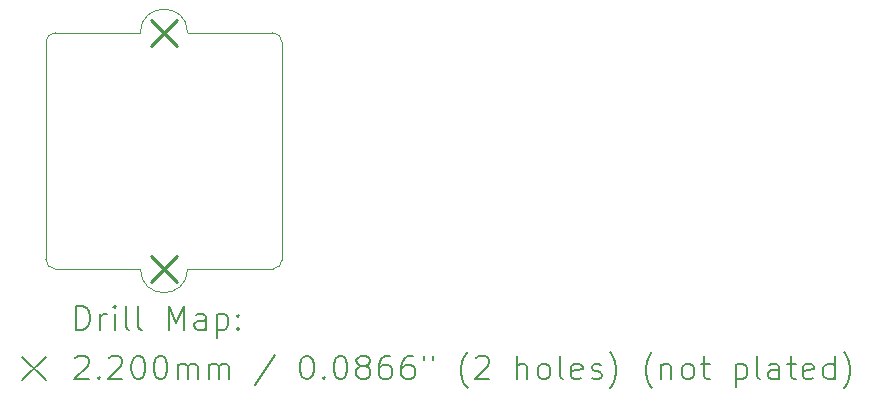
<source format=gbr>
%TF.GenerationSoftware,KiCad,Pcbnew,9.0.3*%
%TF.CreationDate,2025-07-16T23:37:29+02:00*%
%TF.ProjectId,ialightsens,69616c69-6768-4747-9365-6e732e6b6963,rev?*%
%TF.SameCoordinates,Original*%
%TF.FileFunction,Drillmap*%
%TF.FilePolarity,Positive*%
%FSLAX45Y45*%
G04 Gerber Fmt 4.5, Leading zero omitted, Abs format (unit mm)*
G04 Created by KiCad (PCBNEW 9.0.3) date 2025-07-16 23:37:29*
%MOMM*%
%LPD*%
G01*
G04 APERTURE LIST*
%ADD10C,0.050000*%
%ADD11C,0.200000*%
%ADD12C,0.220000*%
G04 APERTURE END LIST*
D10*
X2000000Y-1920000D02*
G75*
G02*
X1920000Y-2000000I-80000J0D01*
G01*
X1200000Y-2000000D02*
G75*
G02*
X800000Y-2000000I-200000J0D01*
G01*
X0Y-1920000D02*
X0Y-80000D01*
X1920000Y0D02*
G75*
G02*
X2000000Y-80000I0J-80000D01*
G01*
X2000000Y-1920000D02*
X2000000Y-80000D01*
X1200000Y0D02*
X1920000Y0D01*
X0Y-80000D02*
G75*
G02*
X80000Y0I80000J0D01*
G01*
X80000Y0D02*
X800000Y0D01*
X800000Y0D02*
G75*
G02*
X1200000Y0I200000J0D01*
G01*
X80000Y-2000000D02*
G75*
G02*
X0Y-1920000I0J80000D01*
G01*
X80000Y-2000000D02*
X800000Y-2000000D01*
X1200000Y-2000000D02*
X1920000Y-2000000D01*
D11*
D12*
X890000Y110000D02*
X1110000Y-110000D01*
X1110000Y110000D02*
X890000Y-110000D01*
X890000Y-1890000D02*
X1110000Y-2110000D01*
X1110000Y-1890000D02*
X890000Y-2110000D01*
D11*
X258277Y-2513984D02*
X258277Y-2313984D01*
X258277Y-2313984D02*
X305896Y-2313984D01*
X305896Y-2313984D02*
X334467Y-2323508D01*
X334467Y-2323508D02*
X353515Y-2342555D01*
X353515Y-2342555D02*
X363039Y-2361603D01*
X363039Y-2361603D02*
X372562Y-2399698D01*
X372562Y-2399698D02*
X372562Y-2428270D01*
X372562Y-2428270D02*
X363039Y-2466365D01*
X363039Y-2466365D02*
X353515Y-2485412D01*
X353515Y-2485412D02*
X334467Y-2504460D01*
X334467Y-2504460D02*
X305896Y-2513984D01*
X305896Y-2513984D02*
X258277Y-2513984D01*
X458277Y-2513984D02*
X458277Y-2380650D01*
X458277Y-2418746D02*
X467801Y-2399698D01*
X467801Y-2399698D02*
X477324Y-2390174D01*
X477324Y-2390174D02*
X496372Y-2380650D01*
X496372Y-2380650D02*
X515420Y-2380650D01*
X582086Y-2513984D02*
X582086Y-2380650D01*
X582086Y-2313984D02*
X572563Y-2323508D01*
X572563Y-2323508D02*
X582086Y-2333031D01*
X582086Y-2333031D02*
X591610Y-2323508D01*
X591610Y-2323508D02*
X582086Y-2313984D01*
X582086Y-2313984D02*
X582086Y-2333031D01*
X705896Y-2513984D02*
X686848Y-2504460D01*
X686848Y-2504460D02*
X677324Y-2485412D01*
X677324Y-2485412D02*
X677324Y-2313984D01*
X810658Y-2513984D02*
X791610Y-2504460D01*
X791610Y-2504460D02*
X782086Y-2485412D01*
X782086Y-2485412D02*
X782086Y-2313984D01*
X1039229Y-2513984D02*
X1039229Y-2313984D01*
X1039229Y-2313984D02*
X1105896Y-2456841D01*
X1105896Y-2456841D02*
X1172563Y-2313984D01*
X1172563Y-2313984D02*
X1172563Y-2513984D01*
X1353515Y-2513984D02*
X1353515Y-2409222D01*
X1353515Y-2409222D02*
X1343991Y-2390174D01*
X1343991Y-2390174D02*
X1324944Y-2380650D01*
X1324944Y-2380650D02*
X1286848Y-2380650D01*
X1286848Y-2380650D02*
X1267801Y-2390174D01*
X1353515Y-2504460D02*
X1334467Y-2513984D01*
X1334467Y-2513984D02*
X1286848Y-2513984D01*
X1286848Y-2513984D02*
X1267801Y-2504460D01*
X1267801Y-2504460D02*
X1258277Y-2485412D01*
X1258277Y-2485412D02*
X1258277Y-2466365D01*
X1258277Y-2466365D02*
X1267801Y-2447317D01*
X1267801Y-2447317D02*
X1286848Y-2437793D01*
X1286848Y-2437793D02*
X1334467Y-2437793D01*
X1334467Y-2437793D02*
X1353515Y-2428270D01*
X1448753Y-2380650D02*
X1448753Y-2580650D01*
X1448753Y-2390174D02*
X1467801Y-2380650D01*
X1467801Y-2380650D02*
X1505896Y-2380650D01*
X1505896Y-2380650D02*
X1524943Y-2390174D01*
X1524943Y-2390174D02*
X1534467Y-2399698D01*
X1534467Y-2399698D02*
X1543991Y-2418746D01*
X1543991Y-2418746D02*
X1543991Y-2475889D01*
X1543991Y-2475889D02*
X1534467Y-2494936D01*
X1534467Y-2494936D02*
X1524943Y-2504460D01*
X1524943Y-2504460D02*
X1505896Y-2513984D01*
X1505896Y-2513984D02*
X1467801Y-2513984D01*
X1467801Y-2513984D02*
X1448753Y-2504460D01*
X1629705Y-2494936D02*
X1639229Y-2504460D01*
X1639229Y-2504460D02*
X1629705Y-2513984D01*
X1629705Y-2513984D02*
X1620182Y-2504460D01*
X1620182Y-2504460D02*
X1629705Y-2494936D01*
X1629705Y-2494936D02*
X1629705Y-2513984D01*
X1629705Y-2390174D02*
X1639229Y-2399698D01*
X1639229Y-2399698D02*
X1629705Y-2409222D01*
X1629705Y-2409222D02*
X1620182Y-2399698D01*
X1620182Y-2399698D02*
X1629705Y-2390174D01*
X1629705Y-2390174D02*
X1629705Y-2409222D01*
X-202500Y-2742500D02*
X-2500Y-2942500D01*
X-2500Y-2742500D02*
X-202500Y-2942500D01*
X248753Y-2753031D02*
X258277Y-2743508D01*
X258277Y-2743508D02*
X277324Y-2733984D01*
X277324Y-2733984D02*
X324944Y-2733984D01*
X324944Y-2733984D02*
X343991Y-2743508D01*
X343991Y-2743508D02*
X353515Y-2753031D01*
X353515Y-2753031D02*
X363039Y-2772079D01*
X363039Y-2772079D02*
X363039Y-2791127D01*
X363039Y-2791127D02*
X353515Y-2819698D01*
X353515Y-2819698D02*
X239229Y-2933984D01*
X239229Y-2933984D02*
X363039Y-2933984D01*
X448753Y-2914936D02*
X458277Y-2924460D01*
X458277Y-2924460D02*
X448753Y-2933984D01*
X448753Y-2933984D02*
X439229Y-2924460D01*
X439229Y-2924460D02*
X448753Y-2914936D01*
X448753Y-2914936D02*
X448753Y-2933984D01*
X534467Y-2753031D02*
X543991Y-2743508D01*
X543991Y-2743508D02*
X563039Y-2733984D01*
X563039Y-2733984D02*
X610658Y-2733984D01*
X610658Y-2733984D02*
X629705Y-2743508D01*
X629705Y-2743508D02*
X639229Y-2753031D01*
X639229Y-2753031D02*
X648753Y-2772079D01*
X648753Y-2772079D02*
X648753Y-2791127D01*
X648753Y-2791127D02*
X639229Y-2819698D01*
X639229Y-2819698D02*
X524944Y-2933984D01*
X524944Y-2933984D02*
X648753Y-2933984D01*
X772562Y-2733984D02*
X791610Y-2733984D01*
X791610Y-2733984D02*
X810658Y-2743508D01*
X810658Y-2743508D02*
X820182Y-2753031D01*
X820182Y-2753031D02*
X829705Y-2772079D01*
X829705Y-2772079D02*
X839229Y-2810174D01*
X839229Y-2810174D02*
X839229Y-2857793D01*
X839229Y-2857793D02*
X829705Y-2895888D01*
X829705Y-2895888D02*
X820182Y-2914936D01*
X820182Y-2914936D02*
X810658Y-2924460D01*
X810658Y-2924460D02*
X791610Y-2933984D01*
X791610Y-2933984D02*
X772562Y-2933984D01*
X772562Y-2933984D02*
X753515Y-2924460D01*
X753515Y-2924460D02*
X743991Y-2914936D01*
X743991Y-2914936D02*
X734467Y-2895888D01*
X734467Y-2895888D02*
X724943Y-2857793D01*
X724943Y-2857793D02*
X724943Y-2810174D01*
X724943Y-2810174D02*
X734467Y-2772079D01*
X734467Y-2772079D02*
X743991Y-2753031D01*
X743991Y-2753031D02*
X753515Y-2743508D01*
X753515Y-2743508D02*
X772562Y-2733984D01*
X963039Y-2733984D02*
X982086Y-2733984D01*
X982086Y-2733984D02*
X1001134Y-2743508D01*
X1001134Y-2743508D02*
X1010658Y-2753031D01*
X1010658Y-2753031D02*
X1020182Y-2772079D01*
X1020182Y-2772079D02*
X1029705Y-2810174D01*
X1029705Y-2810174D02*
X1029705Y-2857793D01*
X1029705Y-2857793D02*
X1020182Y-2895888D01*
X1020182Y-2895888D02*
X1010658Y-2914936D01*
X1010658Y-2914936D02*
X1001134Y-2924460D01*
X1001134Y-2924460D02*
X982086Y-2933984D01*
X982086Y-2933984D02*
X963039Y-2933984D01*
X963039Y-2933984D02*
X943991Y-2924460D01*
X943991Y-2924460D02*
X934467Y-2914936D01*
X934467Y-2914936D02*
X924943Y-2895888D01*
X924943Y-2895888D02*
X915420Y-2857793D01*
X915420Y-2857793D02*
X915420Y-2810174D01*
X915420Y-2810174D02*
X924943Y-2772079D01*
X924943Y-2772079D02*
X934467Y-2753031D01*
X934467Y-2753031D02*
X943991Y-2743508D01*
X943991Y-2743508D02*
X963039Y-2733984D01*
X1115420Y-2933984D02*
X1115420Y-2800650D01*
X1115420Y-2819698D02*
X1124944Y-2810174D01*
X1124944Y-2810174D02*
X1143991Y-2800650D01*
X1143991Y-2800650D02*
X1172563Y-2800650D01*
X1172563Y-2800650D02*
X1191610Y-2810174D01*
X1191610Y-2810174D02*
X1201134Y-2829222D01*
X1201134Y-2829222D02*
X1201134Y-2933984D01*
X1201134Y-2829222D02*
X1210658Y-2810174D01*
X1210658Y-2810174D02*
X1229705Y-2800650D01*
X1229705Y-2800650D02*
X1258277Y-2800650D01*
X1258277Y-2800650D02*
X1277325Y-2810174D01*
X1277325Y-2810174D02*
X1286848Y-2829222D01*
X1286848Y-2829222D02*
X1286848Y-2933984D01*
X1382086Y-2933984D02*
X1382086Y-2800650D01*
X1382086Y-2819698D02*
X1391610Y-2810174D01*
X1391610Y-2810174D02*
X1410658Y-2800650D01*
X1410658Y-2800650D02*
X1439229Y-2800650D01*
X1439229Y-2800650D02*
X1458277Y-2810174D01*
X1458277Y-2810174D02*
X1467801Y-2829222D01*
X1467801Y-2829222D02*
X1467801Y-2933984D01*
X1467801Y-2829222D02*
X1477324Y-2810174D01*
X1477324Y-2810174D02*
X1496372Y-2800650D01*
X1496372Y-2800650D02*
X1524943Y-2800650D01*
X1524943Y-2800650D02*
X1543991Y-2810174D01*
X1543991Y-2810174D02*
X1553515Y-2829222D01*
X1553515Y-2829222D02*
X1553515Y-2933984D01*
X1943991Y-2724460D02*
X1772563Y-2981603D01*
X2201134Y-2733984D02*
X2220182Y-2733984D01*
X2220182Y-2733984D02*
X2239229Y-2743508D01*
X2239229Y-2743508D02*
X2248753Y-2753031D01*
X2248753Y-2753031D02*
X2258277Y-2772079D01*
X2258277Y-2772079D02*
X2267801Y-2810174D01*
X2267801Y-2810174D02*
X2267801Y-2857793D01*
X2267801Y-2857793D02*
X2258277Y-2895888D01*
X2258277Y-2895888D02*
X2248753Y-2914936D01*
X2248753Y-2914936D02*
X2239229Y-2924460D01*
X2239229Y-2924460D02*
X2220182Y-2933984D01*
X2220182Y-2933984D02*
X2201134Y-2933984D01*
X2201134Y-2933984D02*
X2182087Y-2924460D01*
X2182087Y-2924460D02*
X2172563Y-2914936D01*
X2172563Y-2914936D02*
X2163039Y-2895888D01*
X2163039Y-2895888D02*
X2153515Y-2857793D01*
X2153515Y-2857793D02*
X2153515Y-2810174D01*
X2153515Y-2810174D02*
X2163039Y-2772079D01*
X2163039Y-2772079D02*
X2172563Y-2753031D01*
X2172563Y-2753031D02*
X2182087Y-2743508D01*
X2182087Y-2743508D02*
X2201134Y-2733984D01*
X2353515Y-2914936D02*
X2363039Y-2924460D01*
X2363039Y-2924460D02*
X2353515Y-2933984D01*
X2353515Y-2933984D02*
X2343991Y-2924460D01*
X2343991Y-2924460D02*
X2353515Y-2914936D01*
X2353515Y-2914936D02*
X2353515Y-2933984D01*
X2486848Y-2733984D02*
X2505896Y-2733984D01*
X2505896Y-2733984D02*
X2524944Y-2743508D01*
X2524944Y-2743508D02*
X2534468Y-2753031D01*
X2534468Y-2753031D02*
X2543991Y-2772079D01*
X2543991Y-2772079D02*
X2553515Y-2810174D01*
X2553515Y-2810174D02*
X2553515Y-2857793D01*
X2553515Y-2857793D02*
X2543991Y-2895888D01*
X2543991Y-2895888D02*
X2534468Y-2914936D01*
X2534468Y-2914936D02*
X2524944Y-2924460D01*
X2524944Y-2924460D02*
X2505896Y-2933984D01*
X2505896Y-2933984D02*
X2486848Y-2933984D01*
X2486848Y-2933984D02*
X2467801Y-2924460D01*
X2467801Y-2924460D02*
X2458277Y-2914936D01*
X2458277Y-2914936D02*
X2448753Y-2895888D01*
X2448753Y-2895888D02*
X2439229Y-2857793D01*
X2439229Y-2857793D02*
X2439229Y-2810174D01*
X2439229Y-2810174D02*
X2448753Y-2772079D01*
X2448753Y-2772079D02*
X2458277Y-2753031D01*
X2458277Y-2753031D02*
X2467801Y-2743508D01*
X2467801Y-2743508D02*
X2486848Y-2733984D01*
X2667801Y-2819698D02*
X2648753Y-2810174D01*
X2648753Y-2810174D02*
X2639229Y-2800650D01*
X2639229Y-2800650D02*
X2629706Y-2781603D01*
X2629706Y-2781603D02*
X2629706Y-2772079D01*
X2629706Y-2772079D02*
X2639229Y-2753031D01*
X2639229Y-2753031D02*
X2648753Y-2743508D01*
X2648753Y-2743508D02*
X2667801Y-2733984D01*
X2667801Y-2733984D02*
X2705896Y-2733984D01*
X2705896Y-2733984D02*
X2724944Y-2743508D01*
X2724944Y-2743508D02*
X2734468Y-2753031D01*
X2734468Y-2753031D02*
X2743991Y-2772079D01*
X2743991Y-2772079D02*
X2743991Y-2781603D01*
X2743991Y-2781603D02*
X2734468Y-2800650D01*
X2734468Y-2800650D02*
X2724944Y-2810174D01*
X2724944Y-2810174D02*
X2705896Y-2819698D01*
X2705896Y-2819698D02*
X2667801Y-2819698D01*
X2667801Y-2819698D02*
X2648753Y-2829222D01*
X2648753Y-2829222D02*
X2639229Y-2838746D01*
X2639229Y-2838746D02*
X2629706Y-2857793D01*
X2629706Y-2857793D02*
X2629706Y-2895888D01*
X2629706Y-2895888D02*
X2639229Y-2914936D01*
X2639229Y-2914936D02*
X2648753Y-2924460D01*
X2648753Y-2924460D02*
X2667801Y-2933984D01*
X2667801Y-2933984D02*
X2705896Y-2933984D01*
X2705896Y-2933984D02*
X2724944Y-2924460D01*
X2724944Y-2924460D02*
X2734468Y-2914936D01*
X2734468Y-2914936D02*
X2743991Y-2895888D01*
X2743991Y-2895888D02*
X2743991Y-2857793D01*
X2743991Y-2857793D02*
X2734468Y-2838746D01*
X2734468Y-2838746D02*
X2724944Y-2829222D01*
X2724944Y-2829222D02*
X2705896Y-2819698D01*
X2915420Y-2733984D02*
X2877325Y-2733984D01*
X2877325Y-2733984D02*
X2858277Y-2743508D01*
X2858277Y-2743508D02*
X2848753Y-2753031D01*
X2848753Y-2753031D02*
X2829706Y-2781603D01*
X2829706Y-2781603D02*
X2820182Y-2819698D01*
X2820182Y-2819698D02*
X2820182Y-2895888D01*
X2820182Y-2895888D02*
X2829706Y-2914936D01*
X2829706Y-2914936D02*
X2839229Y-2924460D01*
X2839229Y-2924460D02*
X2858277Y-2933984D01*
X2858277Y-2933984D02*
X2896372Y-2933984D01*
X2896372Y-2933984D02*
X2915420Y-2924460D01*
X2915420Y-2924460D02*
X2924944Y-2914936D01*
X2924944Y-2914936D02*
X2934467Y-2895888D01*
X2934467Y-2895888D02*
X2934467Y-2848269D01*
X2934467Y-2848269D02*
X2924944Y-2829222D01*
X2924944Y-2829222D02*
X2915420Y-2819698D01*
X2915420Y-2819698D02*
X2896372Y-2810174D01*
X2896372Y-2810174D02*
X2858277Y-2810174D01*
X2858277Y-2810174D02*
X2839229Y-2819698D01*
X2839229Y-2819698D02*
X2829706Y-2829222D01*
X2829706Y-2829222D02*
X2820182Y-2848269D01*
X3105896Y-2733984D02*
X3067801Y-2733984D01*
X3067801Y-2733984D02*
X3048753Y-2743508D01*
X3048753Y-2743508D02*
X3039229Y-2753031D01*
X3039229Y-2753031D02*
X3020182Y-2781603D01*
X3020182Y-2781603D02*
X3010658Y-2819698D01*
X3010658Y-2819698D02*
X3010658Y-2895888D01*
X3010658Y-2895888D02*
X3020182Y-2914936D01*
X3020182Y-2914936D02*
X3029706Y-2924460D01*
X3029706Y-2924460D02*
X3048753Y-2933984D01*
X3048753Y-2933984D02*
X3086848Y-2933984D01*
X3086848Y-2933984D02*
X3105896Y-2924460D01*
X3105896Y-2924460D02*
X3115420Y-2914936D01*
X3115420Y-2914936D02*
X3124944Y-2895888D01*
X3124944Y-2895888D02*
X3124944Y-2848269D01*
X3124944Y-2848269D02*
X3115420Y-2829222D01*
X3115420Y-2829222D02*
X3105896Y-2819698D01*
X3105896Y-2819698D02*
X3086848Y-2810174D01*
X3086848Y-2810174D02*
X3048753Y-2810174D01*
X3048753Y-2810174D02*
X3029706Y-2819698D01*
X3029706Y-2819698D02*
X3020182Y-2829222D01*
X3020182Y-2829222D02*
X3010658Y-2848269D01*
X3201134Y-2733984D02*
X3201134Y-2772079D01*
X3277325Y-2733984D02*
X3277325Y-2772079D01*
X3572563Y-3010174D02*
X3563039Y-3000650D01*
X3563039Y-3000650D02*
X3543991Y-2972079D01*
X3543991Y-2972079D02*
X3534468Y-2953031D01*
X3534468Y-2953031D02*
X3524944Y-2924460D01*
X3524944Y-2924460D02*
X3515420Y-2876841D01*
X3515420Y-2876841D02*
X3515420Y-2838746D01*
X3515420Y-2838746D02*
X3524944Y-2791127D01*
X3524944Y-2791127D02*
X3534468Y-2762555D01*
X3534468Y-2762555D02*
X3543991Y-2743508D01*
X3543991Y-2743508D02*
X3563039Y-2714936D01*
X3563039Y-2714936D02*
X3572563Y-2705412D01*
X3639229Y-2753031D02*
X3648753Y-2743508D01*
X3648753Y-2743508D02*
X3667801Y-2733984D01*
X3667801Y-2733984D02*
X3715420Y-2733984D01*
X3715420Y-2733984D02*
X3734468Y-2743508D01*
X3734468Y-2743508D02*
X3743991Y-2753031D01*
X3743991Y-2753031D02*
X3753515Y-2772079D01*
X3753515Y-2772079D02*
X3753515Y-2791127D01*
X3753515Y-2791127D02*
X3743991Y-2819698D01*
X3743991Y-2819698D02*
X3629706Y-2933984D01*
X3629706Y-2933984D02*
X3753515Y-2933984D01*
X3991610Y-2933984D02*
X3991610Y-2733984D01*
X4077325Y-2933984D02*
X4077325Y-2829222D01*
X4077325Y-2829222D02*
X4067801Y-2810174D01*
X4067801Y-2810174D02*
X4048753Y-2800650D01*
X4048753Y-2800650D02*
X4020182Y-2800650D01*
X4020182Y-2800650D02*
X4001134Y-2810174D01*
X4001134Y-2810174D02*
X3991610Y-2819698D01*
X4201134Y-2933984D02*
X4182087Y-2924460D01*
X4182087Y-2924460D02*
X4172563Y-2914936D01*
X4172563Y-2914936D02*
X4163039Y-2895888D01*
X4163039Y-2895888D02*
X4163039Y-2838746D01*
X4163039Y-2838746D02*
X4172563Y-2819698D01*
X4172563Y-2819698D02*
X4182087Y-2810174D01*
X4182087Y-2810174D02*
X4201134Y-2800650D01*
X4201134Y-2800650D02*
X4229706Y-2800650D01*
X4229706Y-2800650D02*
X4248753Y-2810174D01*
X4248753Y-2810174D02*
X4258277Y-2819698D01*
X4258277Y-2819698D02*
X4267801Y-2838746D01*
X4267801Y-2838746D02*
X4267801Y-2895888D01*
X4267801Y-2895888D02*
X4258277Y-2914936D01*
X4258277Y-2914936D02*
X4248753Y-2924460D01*
X4248753Y-2924460D02*
X4229706Y-2933984D01*
X4229706Y-2933984D02*
X4201134Y-2933984D01*
X4382087Y-2933984D02*
X4363039Y-2924460D01*
X4363039Y-2924460D02*
X4353515Y-2905412D01*
X4353515Y-2905412D02*
X4353515Y-2733984D01*
X4534468Y-2924460D02*
X4515420Y-2933984D01*
X4515420Y-2933984D02*
X4477325Y-2933984D01*
X4477325Y-2933984D02*
X4458277Y-2924460D01*
X4458277Y-2924460D02*
X4448753Y-2905412D01*
X4448753Y-2905412D02*
X4448753Y-2829222D01*
X4448753Y-2829222D02*
X4458277Y-2810174D01*
X4458277Y-2810174D02*
X4477325Y-2800650D01*
X4477325Y-2800650D02*
X4515420Y-2800650D01*
X4515420Y-2800650D02*
X4534468Y-2810174D01*
X4534468Y-2810174D02*
X4543992Y-2829222D01*
X4543992Y-2829222D02*
X4543992Y-2848269D01*
X4543992Y-2848269D02*
X4448753Y-2867317D01*
X4620182Y-2924460D02*
X4639230Y-2933984D01*
X4639230Y-2933984D02*
X4677325Y-2933984D01*
X4677325Y-2933984D02*
X4696373Y-2924460D01*
X4696373Y-2924460D02*
X4705896Y-2905412D01*
X4705896Y-2905412D02*
X4705896Y-2895888D01*
X4705896Y-2895888D02*
X4696373Y-2876841D01*
X4696373Y-2876841D02*
X4677325Y-2867317D01*
X4677325Y-2867317D02*
X4648753Y-2867317D01*
X4648753Y-2867317D02*
X4629706Y-2857793D01*
X4629706Y-2857793D02*
X4620182Y-2838746D01*
X4620182Y-2838746D02*
X4620182Y-2829222D01*
X4620182Y-2829222D02*
X4629706Y-2810174D01*
X4629706Y-2810174D02*
X4648753Y-2800650D01*
X4648753Y-2800650D02*
X4677325Y-2800650D01*
X4677325Y-2800650D02*
X4696373Y-2810174D01*
X4772563Y-3010174D02*
X4782087Y-3000650D01*
X4782087Y-3000650D02*
X4801134Y-2972079D01*
X4801134Y-2972079D02*
X4810658Y-2953031D01*
X4810658Y-2953031D02*
X4820182Y-2924460D01*
X4820182Y-2924460D02*
X4829706Y-2876841D01*
X4829706Y-2876841D02*
X4829706Y-2838746D01*
X4829706Y-2838746D02*
X4820182Y-2791127D01*
X4820182Y-2791127D02*
X4810658Y-2762555D01*
X4810658Y-2762555D02*
X4801134Y-2743508D01*
X4801134Y-2743508D02*
X4782087Y-2714936D01*
X4782087Y-2714936D02*
X4772563Y-2705412D01*
X5134468Y-3010174D02*
X5124944Y-3000650D01*
X5124944Y-3000650D02*
X5105896Y-2972079D01*
X5105896Y-2972079D02*
X5096373Y-2953031D01*
X5096373Y-2953031D02*
X5086849Y-2924460D01*
X5086849Y-2924460D02*
X5077325Y-2876841D01*
X5077325Y-2876841D02*
X5077325Y-2838746D01*
X5077325Y-2838746D02*
X5086849Y-2791127D01*
X5086849Y-2791127D02*
X5096373Y-2762555D01*
X5096373Y-2762555D02*
X5105896Y-2743508D01*
X5105896Y-2743508D02*
X5124944Y-2714936D01*
X5124944Y-2714936D02*
X5134468Y-2705412D01*
X5210658Y-2800650D02*
X5210658Y-2933984D01*
X5210658Y-2819698D02*
X5220182Y-2810174D01*
X5220182Y-2810174D02*
X5239230Y-2800650D01*
X5239230Y-2800650D02*
X5267801Y-2800650D01*
X5267801Y-2800650D02*
X5286849Y-2810174D01*
X5286849Y-2810174D02*
X5296373Y-2829222D01*
X5296373Y-2829222D02*
X5296373Y-2933984D01*
X5420182Y-2933984D02*
X5401134Y-2924460D01*
X5401134Y-2924460D02*
X5391611Y-2914936D01*
X5391611Y-2914936D02*
X5382087Y-2895888D01*
X5382087Y-2895888D02*
X5382087Y-2838746D01*
X5382087Y-2838746D02*
X5391611Y-2819698D01*
X5391611Y-2819698D02*
X5401134Y-2810174D01*
X5401134Y-2810174D02*
X5420182Y-2800650D01*
X5420182Y-2800650D02*
X5448754Y-2800650D01*
X5448754Y-2800650D02*
X5467801Y-2810174D01*
X5467801Y-2810174D02*
X5477325Y-2819698D01*
X5477325Y-2819698D02*
X5486849Y-2838746D01*
X5486849Y-2838746D02*
X5486849Y-2895888D01*
X5486849Y-2895888D02*
X5477325Y-2914936D01*
X5477325Y-2914936D02*
X5467801Y-2924460D01*
X5467801Y-2924460D02*
X5448754Y-2933984D01*
X5448754Y-2933984D02*
X5420182Y-2933984D01*
X5543992Y-2800650D02*
X5620182Y-2800650D01*
X5572563Y-2733984D02*
X5572563Y-2905412D01*
X5572563Y-2905412D02*
X5582087Y-2924460D01*
X5582087Y-2924460D02*
X5601134Y-2933984D01*
X5601134Y-2933984D02*
X5620182Y-2933984D01*
X5839230Y-2800650D02*
X5839230Y-3000650D01*
X5839230Y-2810174D02*
X5858277Y-2800650D01*
X5858277Y-2800650D02*
X5896373Y-2800650D01*
X5896373Y-2800650D02*
X5915420Y-2810174D01*
X5915420Y-2810174D02*
X5924944Y-2819698D01*
X5924944Y-2819698D02*
X5934468Y-2838746D01*
X5934468Y-2838746D02*
X5934468Y-2895888D01*
X5934468Y-2895888D02*
X5924944Y-2914936D01*
X5924944Y-2914936D02*
X5915420Y-2924460D01*
X5915420Y-2924460D02*
X5896373Y-2933984D01*
X5896373Y-2933984D02*
X5858277Y-2933984D01*
X5858277Y-2933984D02*
X5839230Y-2924460D01*
X6048753Y-2933984D02*
X6029706Y-2924460D01*
X6029706Y-2924460D02*
X6020182Y-2905412D01*
X6020182Y-2905412D02*
X6020182Y-2733984D01*
X6210658Y-2933984D02*
X6210658Y-2829222D01*
X6210658Y-2829222D02*
X6201134Y-2810174D01*
X6201134Y-2810174D02*
X6182087Y-2800650D01*
X6182087Y-2800650D02*
X6143992Y-2800650D01*
X6143992Y-2800650D02*
X6124944Y-2810174D01*
X6210658Y-2924460D02*
X6191611Y-2933984D01*
X6191611Y-2933984D02*
X6143992Y-2933984D01*
X6143992Y-2933984D02*
X6124944Y-2924460D01*
X6124944Y-2924460D02*
X6115420Y-2905412D01*
X6115420Y-2905412D02*
X6115420Y-2886365D01*
X6115420Y-2886365D02*
X6124944Y-2867317D01*
X6124944Y-2867317D02*
X6143992Y-2857793D01*
X6143992Y-2857793D02*
X6191611Y-2857793D01*
X6191611Y-2857793D02*
X6210658Y-2848269D01*
X6277325Y-2800650D02*
X6353515Y-2800650D01*
X6305896Y-2733984D02*
X6305896Y-2905412D01*
X6305896Y-2905412D02*
X6315420Y-2924460D01*
X6315420Y-2924460D02*
X6334468Y-2933984D01*
X6334468Y-2933984D02*
X6353515Y-2933984D01*
X6496373Y-2924460D02*
X6477325Y-2933984D01*
X6477325Y-2933984D02*
X6439230Y-2933984D01*
X6439230Y-2933984D02*
X6420182Y-2924460D01*
X6420182Y-2924460D02*
X6410658Y-2905412D01*
X6410658Y-2905412D02*
X6410658Y-2829222D01*
X6410658Y-2829222D02*
X6420182Y-2810174D01*
X6420182Y-2810174D02*
X6439230Y-2800650D01*
X6439230Y-2800650D02*
X6477325Y-2800650D01*
X6477325Y-2800650D02*
X6496373Y-2810174D01*
X6496373Y-2810174D02*
X6505896Y-2829222D01*
X6505896Y-2829222D02*
X6505896Y-2848269D01*
X6505896Y-2848269D02*
X6410658Y-2867317D01*
X6677325Y-2933984D02*
X6677325Y-2733984D01*
X6677325Y-2924460D02*
X6658277Y-2933984D01*
X6658277Y-2933984D02*
X6620182Y-2933984D01*
X6620182Y-2933984D02*
X6601134Y-2924460D01*
X6601134Y-2924460D02*
X6591611Y-2914936D01*
X6591611Y-2914936D02*
X6582087Y-2895888D01*
X6582087Y-2895888D02*
X6582087Y-2838746D01*
X6582087Y-2838746D02*
X6591611Y-2819698D01*
X6591611Y-2819698D02*
X6601134Y-2810174D01*
X6601134Y-2810174D02*
X6620182Y-2800650D01*
X6620182Y-2800650D02*
X6658277Y-2800650D01*
X6658277Y-2800650D02*
X6677325Y-2810174D01*
X6753515Y-3010174D02*
X6763039Y-3000650D01*
X6763039Y-3000650D02*
X6782087Y-2972079D01*
X6782087Y-2972079D02*
X6791611Y-2953031D01*
X6791611Y-2953031D02*
X6801134Y-2924460D01*
X6801134Y-2924460D02*
X6810658Y-2876841D01*
X6810658Y-2876841D02*
X6810658Y-2838746D01*
X6810658Y-2838746D02*
X6801134Y-2791127D01*
X6801134Y-2791127D02*
X6791611Y-2762555D01*
X6791611Y-2762555D02*
X6782087Y-2743508D01*
X6782087Y-2743508D02*
X6763039Y-2714936D01*
X6763039Y-2714936D02*
X6753515Y-2705412D01*
M02*

</source>
